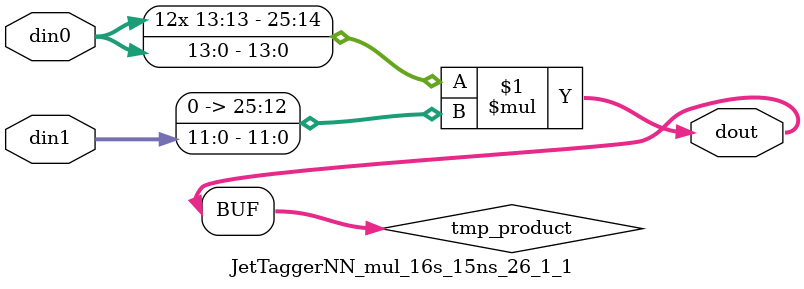
<source format=v>

`timescale 1 ns / 1 ps

  module JetTaggerNN_mul_16s_15ns_26_1_1(din0, din1, dout);
parameter ID = 1;
parameter NUM_STAGE = 0;
parameter din0_WIDTH = 14;
parameter din1_WIDTH = 12;
parameter dout_WIDTH = 26;

input [din0_WIDTH - 1 : 0] din0; 
input [din1_WIDTH - 1 : 0] din1; 
output [dout_WIDTH - 1 : 0] dout;

wire signed [dout_WIDTH - 1 : 0] tmp_product;












assign tmp_product = $signed(din0) * $signed({1'b0, din1});









assign dout = tmp_product;







endmodule

</source>
